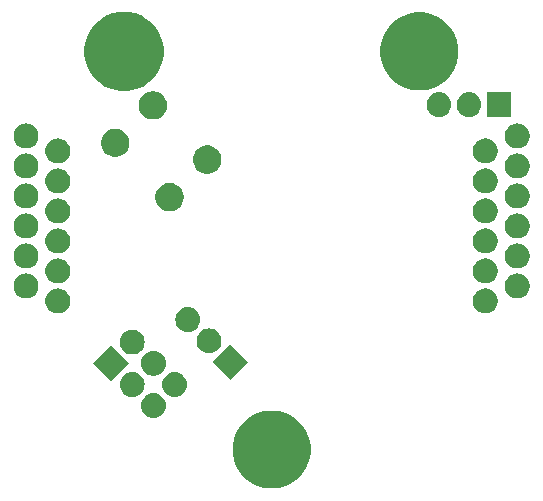
<source format=gbr>
G04 #@! TF.GenerationSoftware,KiCad,Pcbnew,(5.1.0)-1*
G04 #@! TF.CreationDate,2019-06-25T19:20:06-03:00*
G04 #@! TF.ProjectId,PCB_D,5043425f-442e-46b6-9963-61645f706362,rev?*
G04 #@! TF.SameCoordinates,Original*
G04 #@! TF.FileFunction,Soldermask,Bot*
G04 #@! TF.FilePolarity,Negative*
%FSLAX46Y46*%
G04 Gerber Fmt 4.6, Leading zero omitted, Abs format (unit mm)*
G04 Created by KiCad (PCBNEW (5.1.0)-1) date 2019-06-25 19:20:06*
%MOMM*%
%LPD*%
G04 APERTURE LIST*
%ADD10C,0.100000*%
G04 APERTURE END LIST*
D10*
G36*
X643798Y-16963408D02*
G01*
X962574Y-17026817D01*
X1387234Y-17202717D01*
X1472792Y-17238156D01*
X1563136Y-17275578D01*
X2103627Y-17636723D01*
X2563277Y-18096373D01*
X2924422Y-18636864D01*
X3173183Y-19237426D01*
X3300000Y-19874978D01*
X3300000Y-20525022D01*
X3173183Y-21162574D01*
X2924422Y-21763136D01*
X2563277Y-22303627D01*
X2103627Y-22763277D01*
X1563136Y-23124422D01*
X962574Y-23373183D01*
X643798Y-23436591D01*
X325023Y-23500000D01*
X-325023Y-23500000D01*
X-643798Y-23436591D01*
X-962574Y-23373183D01*
X-1563136Y-23124422D01*
X-2103627Y-22763277D01*
X-2563277Y-22303627D01*
X-2924422Y-21763136D01*
X-3173183Y-21162574D01*
X-3300000Y-20525022D01*
X-3300000Y-19874978D01*
X-3173183Y-19237426D01*
X-2924422Y-18636864D01*
X-2563277Y-18096373D01*
X-2103627Y-17636723D01*
X-1563136Y-17275578D01*
X-1472791Y-17238156D01*
X-1387234Y-17202717D01*
X-962574Y-17026817D01*
X-643798Y-16963408D01*
X-325023Y-16900000D01*
X325023Y-16900000D01*
X643798Y-16963408D01*
X643798Y-16963408D01*
G37*
G36*
X-9879191Y-15449698D02*
G01*
X-9802062Y-15457295D01*
X-9604136Y-15517335D01*
X-9604133Y-15517336D01*
X-9421728Y-15614834D01*
X-9261843Y-15746047D01*
X-9130630Y-15905932D01*
X-9033132Y-16088337D01*
X-9033131Y-16088340D01*
X-8973091Y-16286266D01*
X-8952818Y-16492102D01*
X-8973091Y-16697938D01*
X-9033131Y-16895864D01*
X-9033132Y-16895867D01*
X-9130630Y-17078272D01*
X-9261843Y-17238157D01*
X-9421728Y-17369370D01*
X-9604133Y-17466868D01*
X-9604136Y-17466869D01*
X-9802062Y-17526909D01*
X-9879191Y-17534505D01*
X-9956318Y-17542102D01*
X-10059478Y-17542102D01*
X-10136605Y-17534505D01*
X-10213734Y-17526909D01*
X-10411660Y-17466869D01*
X-10411663Y-17466868D01*
X-10594068Y-17369370D01*
X-10753953Y-17238157D01*
X-10885166Y-17078272D01*
X-10982664Y-16895867D01*
X-10982665Y-16895864D01*
X-11042705Y-16697938D01*
X-11062978Y-16492102D01*
X-11042705Y-16286266D01*
X-10982665Y-16088340D01*
X-10982664Y-16088337D01*
X-10885166Y-15905932D01*
X-10753953Y-15746047D01*
X-10594068Y-15614834D01*
X-10411663Y-15517336D01*
X-10411660Y-15517335D01*
X-10213734Y-15457295D01*
X-10136605Y-15449698D01*
X-10059478Y-15442102D01*
X-9956318Y-15442102D01*
X-9879191Y-15449698D01*
X-9879191Y-15449698D01*
G37*
G36*
X-8083139Y-13653648D02*
G01*
X-8006010Y-13661244D01*
X-7808084Y-13721284D01*
X-7808081Y-13721285D01*
X-7625676Y-13818783D01*
X-7465791Y-13949996D01*
X-7334578Y-14109881D01*
X-7237080Y-14292286D01*
X-7237079Y-14292289D01*
X-7177039Y-14490215D01*
X-7156766Y-14696051D01*
X-7177039Y-14901887D01*
X-7237079Y-15099813D01*
X-7237080Y-15099816D01*
X-7334578Y-15282221D01*
X-7465791Y-15442106D01*
X-7625676Y-15573319D01*
X-7808081Y-15670817D01*
X-7808084Y-15670818D01*
X-8006010Y-15730858D01*
X-8083139Y-15738455D01*
X-8160266Y-15746051D01*
X-8263426Y-15746051D01*
X-8340553Y-15738455D01*
X-8417682Y-15730858D01*
X-8615608Y-15670818D01*
X-8615611Y-15670817D01*
X-8798016Y-15573319D01*
X-8957901Y-15442106D01*
X-9089114Y-15282221D01*
X-9186612Y-15099816D01*
X-9186613Y-15099813D01*
X-9246653Y-14901887D01*
X-9266926Y-14696051D01*
X-9246653Y-14490215D01*
X-9186613Y-14292289D01*
X-9186612Y-14292286D01*
X-9089114Y-14109881D01*
X-8957901Y-13949996D01*
X-8798016Y-13818783D01*
X-8615611Y-13721285D01*
X-8615608Y-13721284D01*
X-8417682Y-13661244D01*
X-8340553Y-13653648D01*
X-8263426Y-13646051D01*
X-8160266Y-13646051D01*
X-8083139Y-13653648D01*
X-8083139Y-13653648D01*
G37*
G36*
X-11675242Y-13653648D02*
G01*
X-11598113Y-13661244D01*
X-11400187Y-13721284D01*
X-11400184Y-13721285D01*
X-11217779Y-13818783D01*
X-11057894Y-13949996D01*
X-10926681Y-14109881D01*
X-10829183Y-14292286D01*
X-10829182Y-14292289D01*
X-10769142Y-14490215D01*
X-10748869Y-14696051D01*
X-10769142Y-14901887D01*
X-10829182Y-15099813D01*
X-10829183Y-15099816D01*
X-10926681Y-15282221D01*
X-11057894Y-15442106D01*
X-11217779Y-15573319D01*
X-11400184Y-15670817D01*
X-11400187Y-15670818D01*
X-11598113Y-15730858D01*
X-11675242Y-15738455D01*
X-11752369Y-15746051D01*
X-11855529Y-15746051D01*
X-11932656Y-15738455D01*
X-12009785Y-15730858D01*
X-12207711Y-15670818D01*
X-12207714Y-15670817D01*
X-12390119Y-15573319D01*
X-12550004Y-15442106D01*
X-12681217Y-15282221D01*
X-12778715Y-15099816D01*
X-12778716Y-15099813D01*
X-12838756Y-14901887D01*
X-12859029Y-14696051D01*
X-12838756Y-14490215D01*
X-12778716Y-14292289D01*
X-12778715Y-14292286D01*
X-12681217Y-14109881D01*
X-12550004Y-13949996D01*
X-12390119Y-13818783D01*
X-12207714Y-13721285D01*
X-12207711Y-13721284D01*
X-12009785Y-13661244D01*
X-11932656Y-13653648D01*
X-11855529Y-13646051D01*
X-11752369Y-13646051D01*
X-11675242Y-13653648D01*
X-11675242Y-13653648D01*
G37*
G36*
X-12115076Y-12900000D02*
G01*
X-13600000Y-14384924D01*
X-15084924Y-12900000D01*
X-13600000Y-11415076D01*
X-12115076Y-12900000D01*
X-12115076Y-12900000D01*
G37*
G36*
X-2019025Y-12796051D02*
G01*
X-3503949Y-14280975D01*
X-4988873Y-12796051D01*
X-3503949Y-11311127D01*
X-2019025Y-12796051D01*
X-2019025Y-12796051D01*
G37*
G36*
X-9879191Y-11857596D02*
G01*
X-9802062Y-11865193D01*
X-9604136Y-11925233D01*
X-9604133Y-11925234D01*
X-9421728Y-12022732D01*
X-9261843Y-12153945D01*
X-9130630Y-12313830D01*
X-9033132Y-12496235D01*
X-9033131Y-12496238D01*
X-8973091Y-12694164D01*
X-8952818Y-12900000D01*
X-8973091Y-13105836D01*
X-9033131Y-13303762D01*
X-9033132Y-13303765D01*
X-9130630Y-13486170D01*
X-9261843Y-13646055D01*
X-9421728Y-13777268D01*
X-9604133Y-13874766D01*
X-9604136Y-13874767D01*
X-9802062Y-13934807D01*
X-9879191Y-13942404D01*
X-9956318Y-13950000D01*
X-10059478Y-13950000D01*
X-10136605Y-13942404D01*
X-10213734Y-13934807D01*
X-10411660Y-13874767D01*
X-10411663Y-13874766D01*
X-10594068Y-13777268D01*
X-10753953Y-13646055D01*
X-10885166Y-13486170D01*
X-10982664Y-13303765D01*
X-10982665Y-13303762D01*
X-11042705Y-13105836D01*
X-11062978Y-12900000D01*
X-11042705Y-12694164D01*
X-10982665Y-12496238D01*
X-10982664Y-12496235D01*
X-10885166Y-12313830D01*
X-10753953Y-12153945D01*
X-10594068Y-12022732D01*
X-10411663Y-11925234D01*
X-10411660Y-11925233D01*
X-10213734Y-11865193D01*
X-10136605Y-11857596D01*
X-10059478Y-11850000D01*
X-9956318Y-11850000D01*
X-9879191Y-11857596D01*
X-9879191Y-11857596D01*
G37*
G36*
X-11675242Y-10061546D02*
G01*
X-11598113Y-10069142D01*
X-11421450Y-10122732D01*
X-11400184Y-10129183D01*
X-11217779Y-10226681D01*
X-11057894Y-10357894D01*
X-10926681Y-10517779D01*
X-10829183Y-10700184D01*
X-10829182Y-10700187D01*
X-10769142Y-10898113D01*
X-10748869Y-11103949D01*
X-10769142Y-11309785D01*
X-10801082Y-11415076D01*
X-10829183Y-11507714D01*
X-10926681Y-11690119D01*
X-11057894Y-11850004D01*
X-11217779Y-11981217D01*
X-11400184Y-12078715D01*
X-11400187Y-12078716D01*
X-11598113Y-12138756D01*
X-11675242Y-12146353D01*
X-11752369Y-12153949D01*
X-11855529Y-12153949D01*
X-11932656Y-12146353D01*
X-12009785Y-12138756D01*
X-12207711Y-12078716D01*
X-12207714Y-12078715D01*
X-12390119Y-11981217D01*
X-12550004Y-11850004D01*
X-12681217Y-11690119D01*
X-12778715Y-11507714D01*
X-12806816Y-11415076D01*
X-12838756Y-11309785D01*
X-12859029Y-11103949D01*
X-12838756Y-10898113D01*
X-12778716Y-10700187D01*
X-12778715Y-10700184D01*
X-12681217Y-10517779D01*
X-12550004Y-10357894D01*
X-12390119Y-10226681D01*
X-12207714Y-10129183D01*
X-12186448Y-10122732D01*
X-12009785Y-10069142D01*
X-11932656Y-10061546D01*
X-11855529Y-10053949D01*
X-11752369Y-10053949D01*
X-11675242Y-10061546D01*
X-11675242Y-10061546D01*
G37*
G36*
X-5171293Y-9957597D02*
G01*
X-5094164Y-9965193D01*
X-4896238Y-10025233D01*
X-4896235Y-10025234D01*
X-4713830Y-10122732D01*
X-4553945Y-10253945D01*
X-4422732Y-10413830D01*
X-4325234Y-10596235D01*
X-4325233Y-10596238D01*
X-4265193Y-10794164D01*
X-4244920Y-11000000D01*
X-4265193Y-11205836D01*
X-4297133Y-11311127D01*
X-4325234Y-11403765D01*
X-4422732Y-11586170D01*
X-4553945Y-11746055D01*
X-4713830Y-11877268D01*
X-4896235Y-11974766D01*
X-4896238Y-11974767D01*
X-5094164Y-12034807D01*
X-5171293Y-12042403D01*
X-5248420Y-12050000D01*
X-5351580Y-12050000D01*
X-5428707Y-12042403D01*
X-5505836Y-12034807D01*
X-5703762Y-11974767D01*
X-5703765Y-11974766D01*
X-5886170Y-11877268D01*
X-6046055Y-11746055D01*
X-6177268Y-11586170D01*
X-6274766Y-11403765D01*
X-6302867Y-11311127D01*
X-6334807Y-11205836D01*
X-6355080Y-11000000D01*
X-6334807Y-10794164D01*
X-6274767Y-10596238D01*
X-6274766Y-10596235D01*
X-6177268Y-10413830D01*
X-6046055Y-10253945D01*
X-5886170Y-10122732D01*
X-5703765Y-10025234D01*
X-5703762Y-10025233D01*
X-5505836Y-9965193D01*
X-5428707Y-9957597D01*
X-5351580Y-9950000D01*
X-5248420Y-9950000D01*
X-5171293Y-9957597D01*
X-5171293Y-9957597D01*
G37*
G36*
X-6967344Y-8161545D02*
G01*
X-6890215Y-8169142D01*
X-6692289Y-8229182D01*
X-6692286Y-8229183D01*
X-6509881Y-8326681D01*
X-6349996Y-8457894D01*
X-6218783Y-8617779D01*
X-6121285Y-8800184D01*
X-6121284Y-8800187D01*
X-6061244Y-8998113D01*
X-6040971Y-9203949D01*
X-6061244Y-9409785D01*
X-6121284Y-9607711D01*
X-6121285Y-9607714D01*
X-6218783Y-9790119D01*
X-6349996Y-9950004D01*
X-6509881Y-10081217D01*
X-6692286Y-10178715D01*
X-6692289Y-10178716D01*
X-6890215Y-10238756D01*
X-6967344Y-10246353D01*
X-7044471Y-10253949D01*
X-7147631Y-10253949D01*
X-7224758Y-10246353D01*
X-7301887Y-10238756D01*
X-7499813Y-10178716D01*
X-7499816Y-10178715D01*
X-7682221Y-10081217D01*
X-7842106Y-9950004D01*
X-7973319Y-9790119D01*
X-8070817Y-9607714D01*
X-8070818Y-9607711D01*
X-8130858Y-9409785D01*
X-8151131Y-9203949D01*
X-8130858Y-8998113D01*
X-8070818Y-8800187D01*
X-8070817Y-8800184D01*
X-7973319Y-8617779D01*
X-7842106Y-8457894D01*
X-7682221Y-8326681D01*
X-7499816Y-8229183D01*
X-7499813Y-8229182D01*
X-7301887Y-8169142D01*
X-7224758Y-8161545D01*
X-7147631Y-8153949D01*
X-7044471Y-8153949D01*
X-6967344Y-8161545D01*
X-6967344Y-8161545D01*
G37*
G36*
X18228687Y-6575027D02*
G01*
X18406274Y-6610350D01*
X18597362Y-6689502D01*
X18769336Y-6804411D01*
X18915589Y-6950664D01*
X19030498Y-7122638D01*
X19109650Y-7313726D01*
X19150000Y-7516584D01*
X19150000Y-7723416D01*
X19109650Y-7926274D01*
X19030498Y-8117362D01*
X18915589Y-8289336D01*
X18769336Y-8435589D01*
X18597362Y-8550498D01*
X18406274Y-8629650D01*
X18228687Y-8664973D01*
X18203417Y-8670000D01*
X17996583Y-8670000D01*
X17971313Y-8664973D01*
X17793726Y-8629650D01*
X17602638Y-8550498D01*
X17430664Y-8435589D01*
X17284411Y-8289336D01*
X17169502Y-8117362D01*
X17090350Y-7926274D01*
X17050000Y-7723416D01*
X17050000Y-7516584D01*
X17090350Y-7313726D01*
X17169502Y-7122638D01*
X17284411Y-6950664D01*
X17430664Y-6804411D01*
X17602638Y-6689502D01*
X17793726Y-6610350D01*
X17971313Y-6575027D01*
X17996583Y-6570000D01*
X18203417Y-6570000D01*
X18228687Y-6575027D01*
X18228687Y-6575027D01*
G37*
G36*
X-17971313Y-6575027D02*
G01*
X-17793726Y-6610350D01*
X-17602638Y-6689502D01*
X-17430664Y-6804411D01*
X-17284411Y-6950664D01*
X-17169502Y-7122638D01*
X-17090350Y-7313726D01*
X-17050000Y-7516584D01*
X-17050000Y-7723416D01*
X-17090350Y-7926274D01*
X-17169502Y-8117362D01*
X-17284411Y-8289336D01*
X-17430664Y-8435589D01*
X-17602638Y-8550498D01*
X-17793726Y-8629650D01*
X-17971313Y-8664973D01*
X-17996583Y-8670000D01*
X-18203417Y-8670000D01*
X-18228687Y-8664973D01*
X-18406274Y-8629650D01*
X-18597362Y-8550498D01*
X-18769336Y-8435589D01*
X-18915589Y-8289336D01*
X-19030498Y-8117362D01*
X-19109650Y-7926274D01*
X-19150000Y-7723416D01*
X-19150000Y-7516584D01*
X-19109650Y-7313726D01*
X-19030498Y-7122638D01*
X-18915589Y-6950664D01*
X-18769336Y-6804411D01*
X-18597362Y-6689502D01*
X-18406274Y-6610350D01*
X-18228687Y-6575027D01*
X-18203417Y-6570000D01*
X-17996583Y-6570000D01*
X-17971313Y-6575027D01*
X-17971313Y-6575027D01*
G37*
G36*
X-20671313Y-5305027D02*
G01*
X-20493726Y-5340350D01*
X-20302638Y-5419502D01*
X-20130664Y-5534411D01*
X-19984411Y-5680664D01*
X-19869502Y-5852638D01*
X-19790350Y-6043726D01*
X-19750000Y-6246584D01*
X-19750000Y-6453416D01*
X-19790350Y-6656274D01*
X-19869502Y-6847362D01*
X-19984411Y-7019336D01*
X-20130664Y-7165589D01*
X-20302638Y-7280498D01*
X-20493726Y-7359650D01*
X-20671313Y-7394973D01*
X-20696583Y-7400000D01*
X-20903417Y-7400000D01*
X-20928687Y-7394973D01*
X-21106274Y-7359650D01*
X-21297362Y-7280498D01*
X-21469336Y-7165589D01*
X-21615589Y-7019336D01*
X-21730498Y-6847362D01*
X-21809650Y-6656274D01*
X-21850000Y-6453416D01*
X-21850000Y-6246584D01*
X-21809650Y-6043726D01*
X-21730498Y-5852638D01*
X-21615589Y-5680664D01*
X-21469336Y-5534411D01*
X-21297362Y-5419502D01*
X-21106274Y-5340350D01*
X-20928687Y-5305027D01*
X-20903417Y-5300000D01*
X-20696583Y-5300000D01*
X-20671313Y-5305027D01*
X-20671313Y-5305027D01*
G37*
G36*
X20928687Y-5305027D02*
G01*
X21106274Y-5340350D01*
X21297362Y-5419502D01*
X21469336Y-5534411D01*
X21615589Y-5680664D01*
X21730498Y-5852638D01*
X21809650Y-6043726D01*
X21850000Y-6246584D01*
X21850000Y-6453416D01*
X21809650Y-6656274D01*
X21730498Y-6847362D01*
X21615589Y-7019336D01*
X21469336Y-7165589D01*
X21297362Y-7280498D01*
X21106274Y-7359650D01*
X20928687Y-7394973D01*
X20903417Y-7400000D01*
X20696583Y-7400000D01*
X20671313Y-7394973D01*
X20493726Y-7359650D01*
X20302638Y-7280498D01*
X20130664Y-7165589D01*
X19984411Y-7019336D01*
X19869502Y-6847362D01*
X19790350Y-6656274D01*
X19750000Y-6453416D01*
X19750000Y-6246584D01*
X19790350Y-6043726D01*
X19869502Y-5852638D01*
X19984411Y-5680664D01*
X20130664Y-5534411D01*
X20302638Y-5419502D01*
X20493726Y-5340350D01*
X20671313Y-5305027D01*
X20696583Y-5300000D01*
X20903417Y-5300000D01*
X20928687Y-5305027D01*
X20928687Y-5305027D01*
G37*
G36*
X-17971313Y-4035027D02*
G01*
X-17793726Y-4070350D01*
X-17602638Y-4149502D01*
X-17430664Y-4264411D01*
X-17284411Y-4410664D01*
X-17169502Y-4582638D01*
X-17090350Y-4773726D01*
X-17050000Y-4976584D01*
X-17050000Y-5183416D01*
X-17090350Y-5386274D01*
X-17169502Y-5577362D01*
X-17284411Y-5749336D01*
X-17430664Y-5895589D01*
X-17602638Y-6010498D01*
X-17793726Y-6089650D01*
X-17971313Y-6124973D01*
X-17996583Y-6130000D01*
X-18203417Y-6130000D01*
X-18228687Y-6124973D01*
X-18406274Y-6089650D01*
X-18597362Y-6010498D01*
X-18769336Y-5895589D01*
X-18915589Y-5749336D01*
X-19030498Y-5577362D01*
X-19109650Y-5386274D01*
X-19150000Y-5183416D01*
X-19150000Y-4976584D01*
X-19109650Y-4773726D01*
X-19030498Y-4582638D01*
X-18915589Y-4410664D01*
X-18769336Y-4264411D01*
X-18597362Y-4149502D01*
X-18406274Y-4070350D01*
X-18228687Y-4035027D01*
X-18203417Y-4030000D01*
X-17996583Y-4030000D01*
X-17971313Y-4035027D01*
X-17971313Y-4035027D01*
G37*
G36*
X18228687Y-4035027D02*
G01*
X18406274Y-4070350D01*
X18597362Y-4149502D01*
X18769336Y-4264411D01*
X18915589Y-4410664D01*
X19030498Y-4582638D01*
X19109650Y-4773726D01*
X19150000Y-4976584D01*
X19150000Y-5183416D01*
X19109650Y-5386274D01*
X19030498Y-5577362D01*
X18915589Y-5749336D01*
X18769336Y-5895589D01*
X18597362Y-6010498D01*
X18406274Y-6089650D01*
X18228687Y-6124973D01*
X18203417Y-6130000D01*
X17996583Y-6130000D01*
X17971313Y-6124973D01*
X17793726Y-6089650D01*
X17602638Y-6010498D01*
X17430664Y-5895589D01*
X17284411Y-5749336D01*
X17169502Y-5577362D01*
X17090350Y-5386274D01*
X17050000Y-5183416D01*
X17050000Y-4976584D01*
X17090350Y-4773726D01*
X17169502Y-4582638D01*
X17284411Y-4410664D01*
X17430664Y-4264411D01*
X17602638Y-4149502D01*
X17793726Y-4070350D01*
X17971313Y-4035027D01*
X17996583Y-4030000D01*
X18203417Y-4030000D01*
X18228687Y-4035027D01*
X18228687Y-4035027D01*
G37*
G36*
X20928687Y-2765027D02*
G01*
X21106274Y-2800350D01*
X21297362Y-2879502D01*
X21469336Y-2994411D01*
X21615589Y-3140664D01*
X21730498Y-3312638D01*
X21809650Y-3503726D01*
X21850000Y-3706584D01*
X21850000Y-3913416D01*
X21809650Y-4116274D01*
X21730498Y-4307362D01*
X21615589Y-4479336D01*
X21469336Y-4625589D01*
X21297362Y-4740498D01*
X21106274Y-4819650D01*
X20928687Y-4854973D01*
X20903417Y-4860000D01*
X20696583Y-4860000D01*
X20671313Y-4854973D01*
X20493726Y-4819650D01*
X20302638Y-4740498D01*
X20130664Y-4625589D01*
X19984411Y-4479336D01*
X19869502Y-4307362D01*
X19790350Y-4116274D01*
X19750000Y-3913416D01*
X19750000Y-3706584D01*
X19790350Y-3503726D01*
X19869502Y-3312638D01*
X19984411Y-3140664D01*
X20130664Y-2994411D01*
X20302638Y-2879502D01*
X20493726Y-2800350D01*
X20671313Y-2765027D01*
X20696583Y-2760000D01*
X20903417Y-2760000D01*
X20928687Y-2765027D01*
X20928687Y-2765027D01*
G37*
G36*
X-20671313Y-2765027D02*
G01*
X-20493726Y-2800350D01*
X-20302638Y-2879502D01*
X-20130664Y-2994411D01*
X-19984411Y-3140664D01*
X-19869502Y-3312638D01*
X-19790350Y-3503726D01*
X-19750000Y-3706584D01*
X-19750000Y-3913416D01*
X-19790350Y-4116274D01*
X-19869502Y-4307362D01*
X-19984411Y-4479336D01*
X-20130664Y-4625589D01*
X-20302638Y-4740498D01*
X-20493726Y-4819650D01*
X-20671313Y-4854973D01*
X-20696583Y-4860000D01*
X-20903417Y-4860000D01*
X-20928687Y-4854973D01*
X-21106274Y-4819650D01*
X-21297362Y-4740498D01*
X-21469336Y-4625589D01*
X-21615589Y-4479336D01*
X-21730498Y-4307362D01*
X-21809650Y-4116274D01*
X-21850000Y-3913416D01*
X-21850000Y-3706584D01*
X-21809650Y-3503726D01*
X-21730498Y-3312638D01*
X-21615589Y-3140664D01*
X-21469336Y-2994411D01*
X-21297362Y-2879502D01*
X-21106274Y-2800350D01*
X-20928687Y-2765027D01*
X-20903417Y-2760000D01*
X-20696583Y-2760000D01*
X-20671313Y-2765027D01*
X-20671313Y-2765027D01*
G37*
G36*
X18228687Y-1495027D02*
G01*
X18406274Y-1530350D01*
X18597362Y-1609502D01*
X18769336Y-1724411D01*
X18915589Y-1870664D01*
X19030498Y-2042638D01*
X19109650Y-2233726D01*
X19150000Y-2436584D01*
X19150000Y-2643416D01*
X19109650Y-2846274D01*
X19030498Y-3037362D01*
X18915589Y-3209336D01*
X18769336Y-3355589D01*
X18597362Y-3470498D01*
X18406274Y-3549650D01*
X18228687Y-3584973D01*
X18203417Y-3590000D01*
X17996583Y-3590000D01*
X17971313Y-3584973D01*
X17793726Y-3549650D01*
X17602638Y-3470498D01*
X17430664Y-3355589D01*
X17284411Y-3209336D01*
X17169502Y-3037362D01*
X17090350Y-2846274D01*
X17050000Y-2643416D01*
X17050000Y-2436584D01*
X17090350Y-2233726D01*
X17169502Y-2042638D01*
X17284411Y-1870664D01*
X17430664Y-1724411D01*
X17602638Y-1609502D01*
X17793726Y-1530350D01*
X17971313Y-1495027D01*
X17996583Y-1490000D01*
X18203417Y-1490000D01*
X18228687Y-1495027D01*
X18228687Y-1495027D01*
G37*
G36*
X-17971313Y-1495027D02*
G01*
X-17793726Y-1530350D01*
X-17602638Y-1609502D01*
X-17430664Y-1724411D01*
X-17284411Y-1870664D01*
X-17169502Y-2042638D01*
X-17090350Y-2233726D01*
X-17050000Y-2436584D01*
X-17050000Y-2643416D01*
X-17090350Y-2846274D01*
X-17169502Y-3037362D01*
X-17284411Y-3209336D01*
X-17430664Y-3355589D01*
X-17602638Y-3470498D01*
X-17793726Y-3549650D01*
X-17971313Y-3584973D01*
X-17996583Y-3590000D01*
X-18203417Y-3590000D01*
X-18228687Y-3584973D01*
X-18406274Y-3549650D01*
X-18597362Y-3470498D01*
X-18769336Y-3355589D01*
X-18915589Y-3209336D01*
X-19030498Y-3037362D01*
X-19109650Y-2846274D01*
X-19150000Y-2643416D01*
X-19150000Y-2436584D01*
X-19109650Y-2233726D01*
X-19030498Y-2042638D01*
X-18915589Y-1870664D01*
X-18769336Y-1724411D01*
X-18597362Y-1609502D01*
X-18406274Y-1530350D01*
X-18228687Y-1495027D01*
X-18203417Y-1490000D01*
X-17996583Y-1490000D01*
X-17971313Y-1495027D01*
X-17971313Y-1495027D01*
G37*
G36*
X20928687Y-225027D02*
G01*
X21106274Y-260350D01*
X21297362Y-339502D01*
X21469336Y-454411D01*
X21615589Y-600664D01*
X21730498Y-772638D01*
X21809650Y-963726D01*
X21850000Y-1166584D01*
X21850000Y-1373416D01*
X21809650Y-1576274D01*
X21730498Y-1767362D01*
X21615589Y-1939336D01*
X21469336Y-2085589D01*
X21297362Y-2200498D01*
X21106274Y-2279650D01*
X20928687Y-2314973D01*
X20903417Y-2320000D01*
X20696583Y-2320000D01*
X20671313Y-2314973D01*
X20493726Y-2279650D01*
X20302638Y-2200498D01*
X20130664Y-2085589D01*
X19984411Y-1939336D01*
X19869502Y-1767362D01*
X19790350Y-1576274D01*
X19750000Y-1373416D01*
X19750000Y-1166584D01*
X19790350Y-963726D01*
X19869502Y-772638D01*
X19984411Y-600664D01*
X20130664Y-454411D01*
X20302638Y-339502D01*
X20493726Y-260350D01*
X20671313Y-225027D01*
X20696583Y-220000D01*
X20903417Y-220000D01*
X20928687Y-225027D01*
X20928687Y-225027D01*
G37*
G36*
X-20671313Y-225027D02*
G01*
X-20493726Y-260350D01*
X-20302638Y-339502D01*
X-20130664Y-454411D01*
X-19984411Y-600664D01*
X-19869502Y-772638D01*
X-19790350Y-963726D01*
X-19750000Y-1166584D01*
X-19750000Y-1373416D01*
X-19790350Y-1576274D01*
X-19869502Y-1767362D01*
X-19984411Y-1939336D01*
X-20130664Y-2085589D01*
X-20302638Y-2200498D01*
X-20493726Y-2279650D01*
X-20671313Y-2314973D01*
X-20696583Y-2320000D01*
X-20903417Y-2320000D01*
X-20928687Y-2314973D01*
X-21106274Y-2279650D01*
X-21297362Y-2200498D01*
X-21469336Y-2085589D01*
X-21615589Y-1939336D01*
X-21730498Y-1767362D01*
X-21809650Y-1576274D01*
X-21850000Y-1373416D01*
X-21850000Y-1166584D01*
X-21809650Y-963726D01*
X-21730498Y-772638D01*
X-21615589Y-600664D01*
X-21469336Y-454411D01*
X-21297362Y-339502D01*
X-21106274Y-260350D01*
X-20928687Y-225027D01*
X-20903417Y-220000D01*
X-20696583Y-220000D01*
X-20671313Y-225027D01*
X-20671313Y-225027D01*
G37*
G36*
X-17971313Y1044973D02*
G01*
X-17793726Y1009650D01*
X-17602638Y930498D01*
X-17430664Y815589D01*
X-17284411Y669336D01*
X-17169502Y497362D01*
X-17090350Y306274D01*
X-17050000Y103416D01*
X-17050000Y-103416D01*
X-17090350Y-306274D01*
X-17169502Y-497362D01*
X-17284411Y-669336D01*
X-17430664Y-815589D01*
X-17602638Y-930498D01*
X-17793726Y-1009650D01*
X-17971313Y-1044973D01*
X-17996583Y-1050000D01*
X-18203417Y-1050000D01*
X-18228687Y-1044973D01*
X-18406274Y-1009650D01*
X-18597362Y-930498D01*
X-18769336Y-815589D01*
X-18915589Y-669336D01*
X-19030498Y-497362D01*
X-19109650Y-306274D01*
X-19150000Y-103416D01*
X-19150000Y103416D01*
X-19109650Y306274D01*
X-19030498Y497362D01*
X-18915589Y669336D01*
X-18769336Y815589D01*
X-18597362Y930498D01*
X-18406274Y1009650D01*
X-18228687Y1044973D01*
X-18203417Y1050000D01*
X-17996583Y1050000D01*
X-17971313Y1044973D01*
X-17971313Y1044973D01*
G37*
G36*
X18228687Y1044973D02*
G01*
X18406274Y1009650D01*
X18597362Y930498D01*
X18769336Y815589D01*
X18915589Y669336D01*
X19030498Y497362D01*
X19109650Y306274D01*
X19150000Y103416D01*
X19150000Y-103416D01*
X19109650Y-306274D01*
X19030498Y-497362D01*
X18915589Y-669336D01*
X18769336Y-815589D01*
X18597362Y-930498D01*
X18406274Y-1009650D01*
X18228687Y-1044973D01*
X18203417Y-1050000D01*
X17996583Y-1050000D01*
X17971313Y-1044973D01*
X17793726Y-1009650D01*
X17602638Y-930498D01*
X17430664Y-815589D01*
X17284411Y-669336D01*
X17169502Y-497362D01*
X17090350Y-306274D01*
X17050000Y-103416D01*
X17050000Y103416D01*
X17090350Y306274D01*
X17169502Y497362D01*
X17284411Y669336D01*
X17430664Y815589D01*
X17602638Y930498D01*
X17793726Y1009650D01*
X17971313Y1044973D01*
X17996583Y1050000D01*
X18203417Y1050000D01*
X18228687Y1044973D01*
X18228687Y1044973D01*
G37*
G36*
X-8285974Y2322285D02*
G01*
X-8072174Y2233726D01*
X-8067587Y2231826D01*
X-7871045Y2100501D01*
X-7703899Y1933355D01*
X-7572573Y1736811D01*
X-7482115Y1518426D01*
X-7436000Y1286591D01*
X-7436000Y1050209D01*
X-7482115Y818374D01*
X-7572573Y599989D01*
X-7572574Y599987D01*
X-7703899Y403445D01*
X-7871045Y236299D01*
X-8067587Y104974D01*
X-8067588Y104973D01*
X-8067589Y104973D01*
X-8285974Y14515D01*
X-8517809Y-31600D01*
X-8754191Y-31600D01*
X-8986026Y14515D01*
X-9204411Y104973D01*
X-9204412Y104973D01*
X-9204413Y104974D01*
X-9400955Y236299D01*
X-9568101Y403445D01*
X-9699426Y599987D01*
X-9699427Y599989D01*
X-9789885Y818374D01*
X-9836000Y1050209D01*
X-9836000Y1286591D01*
X-9789885Y1518426D01*
X-9699427Y1736811D01*
X-9568101Y1933355D01*
X-9400955Y2100501D01*
X-9204413Y2231826D01*
X-9199826Y2233726D01*
X-8986026Y2322285D01*
X-8754191Y2368400D01*
X-8517809Y2368400D01*
X-8285974Y2322285D01*
X-8285974Y2322285D01*
G37*
G36*
X20928687Y2314973D02*
G01*
X21106274Y2279650D01*
X21297362Y2200498D01*
X21469336Y2085589D01*
X21615589Y1939336D01*
X21730498Y1767362D01*
X21809650Y1576274D01*
X21850000Y1373416D01*
X21850000Y1166584D01*
X21809650Y963726D01*
X21730498Y772638D01*
X21615589Y600664D01*
X21469336Y454411D01*
X21297362Y339502D01*
X21106274Y260350D01*
X20928687Y225027D01*
X20903417Y220000D01*
X20696583Y220000D01*
X20671313Y225027D01*
X20493726Y260350D01*
X20302638Y339502D01*
X20130664Y454411D01*
X19984411Y600664D01*
X19869502Y772638D01*
X19790350Y963726D01*
X19750000Y1166584D01*
X19750000Y1373416D01*
X19790350Y1576274D01*
X19869502Y1767362D01*
X19984411Y1939336D01*
X20130664Y2085589D01*
X20302638Y2200498D01*
X20493726Y2279650D01*
X20671313Y2314973D01*
X20696583Y2320000D01*
X20903417Y2320000D01*
X20928687Y2314973D01*
X20928687Y2314973D01*
G37*
G36*
X-20671313Y2314973D02*
G01*
X-20493726Y2279650D01*
X-20302638Y2200498D01*
X-20130664Y2085589D01*
X-19984411Y1939336D01*
X-19869502Y1767362D01*
X-19790350Y1576274D01*
X-19750000Y1373416D01*
X-19750000Y1166584D01*
X-19790350Y963726D01*
X-19869502Y772638D01*
X-19984411Y600664D01*
X-20130664Y454411D01*
X-20302638Y339502D01*
X-20493726Y260350D01*
X-20671313Y225027D01*
X-20696583Y220000D01*
X-20903417Y220000D01*
X-20928687Y225027D01*
X-21106274Y260350D01*
X-21297362Y339502D01*
X-21469336Y454411D01*
X-21615589Y600664D01*
X-21730498Y772638D01*
X-21809650Y963726D01*
X-21850000Y1166584D01*
X-21850000Y1373416D01*
X-21809650Y1576274D01*
X-21730498Y1767362D01*
X-21615589Y1939336D01*
X-21469336Y2085589D01*
X-21297362Y2200498D01*
X-21106274Y2279650D01*
X-20928687Y2314973D01*
X-20903417Y2320000D01*
X-20696583Y2320000D01*
X-20671313Y2314973D01*
X-20671313Y2314973D01*
G37*
G36*
X-17973588Y3585426D02*
G01*
X-17793726Y3549650D01*
X-17602638Y3470498D01*
X-17430664Y3355589D01*
X-17284411Y3209336D01*
X-17169502Y3037362D01*
X-17090350Y2846274D01*
X-17050000Y2643416D01*
X-17050000Y2436584D01*
X-17090350Y2233726D01*
X-17169502Y2042638D01*
X-17284411Y1870664D01*
X-17430664Y1724411D01*
X-17602638Y1609502D01*
X-17793726Y1530350D01*
X-17971313Y1495027D01*
X-17996583Y1490000D01*
X-18203417Y1490000D01*
X-18228687Y1495027D01*
X-18406274Y1530350D01*
X-18597362Y1609502D01*
X-18769336Y1724411D01*
X-18915589Y1870664D01*
X-19030498Y2042638D01*
X-19109650Y2233726D01*
X-19150000Y2436584D01*
X-19150000Y2643416D01*
X-19109650Y2846274D01*
X-19030498Y3037362D01*
X-18915589Y3209336D01*
X-18769336Y3355589D01*
X-18597362Y3470498D01*
X-18406274Y3549650D01*
X-18226412Y3585426D01*
X-18203417Y3590000D01*
X-17996583Y3590000D01*
X-17973588Y3585426D01*
X-17973588Y3585426D01*
G37*
G36*
X18226412Y3585426D02*
G01*
X18406274Y3549650D01*
X18597362Y3470498D01*
X18769336Y3355589D01*
X18915589Y3209336D01*
X19030498Y3037362D01*
X19109650Y2846274D01*
X19150000Y2643416D01*
X19150000Y2436584D01*
X19109650Y2233726D01*
X19030498Y2042638D01*
X18915589Y1870664D01*
X18769336Y1724411D01*
X18597362Y1609502D01*
X18406274Y1530350D01*
X18228687Y1495027D01*
X18203417Y1490000D01*
X17996583Y1490000D01*
X17971313Y1495027D01*
X17793726Y1530350D01*
X17602638Y1609502D01*
X17430664Y1724411D01*
X17284411Y1870664D01*
X17169502Y2042638D01*
X17090350Y2233726D01*
X17050000Y2436584D01*
X17050000Y2643416D01*
X17090350Y2846274D01*
X17169502Y3037362D01*
X17284411Y3209336D01*
X17430664Y3355589D01*
X17602638Y3470498D01*
X17793726Y3549650D01*
X17973588Y3585426D01*
X17996583Y3590000D01*
X18203417Y3590000D01*
X18226412Y3585426D01*
X18226412Y3585426D01*
G37*
G36*
X20928687Y4854973D02*
G01*
X21106274Y4819650D01*
X21297362Y4740498D01*
X21469336Y4625589D01*
X21615589Y4479336D01*
X21730498Y4307362D01*
X21809650Y4116274D01*
X21850000Y3913416D01*
X21850000Y3706584D01*
X21809650Y3503726D01*
X21730498Y3312638D01*
X21615589Y3140664D01*
X21469336Y2994411D01*
X21297362Y2879502D01*
X21106274Y2800350D01*
X20928687Y2765027D01*
X20903417Y2760000D01*
X20696583Y2760000D01*
X20671313Y2765027D01*
X20493726Y2800350D01*
X20302638Y2879502D01*
X20130664Y2994411D01*
X19984411Y3140664D01*
X19869502Y3312638D01*
X19790350Y3503726D01*
X19750000Y3706584D01*
X19750000Y3913416D01*
X19790350Y4116274D01*
X19869502Y4307362D01*
X19984411Y4479336D01*
X20130664Y4625589D01*
X20302638Y4740498D01*
X20493726Y4819650D01*
X20671313Y4854973D01*
X20696583Y4860000D01*
X20903417Y4860000D01*
X20928687Y4854973D01*
X20928687Y4854973D01*
G37*
G36*
X-20671313Y4854973D02*
G01*
X-20493726Y4819650D01*
X-20302638Y4740498D01*
X-20130664Y4625589D01*
X-19984411Y4479336D01*
X-19869502Y4307362D01*
X-19790350Y4116274D01*
X-19750000Y3913416D01*
X-19750000Y3706584D01*
X-19790350Y3503726D01*
X-19869502Y3312638D01*
X-19984411Y3140664D01*
X-20130664Y2994411D01*
X-20302638Y2879502D01*
X-20493726Y2800350D01*
X-20671313Y2765027D01*
X-20696583Y2760000D01*
X-20903417Y2760000D01*
X-20928687Y2765027D01*
X-21106274Y2800350D01*
X-21297362Y2879502D01*
X-21469336Y2994411D01*
X-21615589Y3140664D01*
X-21730498Y3312638D01*
X-21809650Y3503726D01*
X-21850000Y3706584D01*
X-21850000Y3913416D01*
X-21809650Y4116274D01*
X-21730498Y4307362D01*
X-21615589Y4479336D01*
X-21469336Y4625589D01*
X-21297362Y4740498D01*
X-21106274Y4819650D01*
X-20928687Y4854973D01*
X-20903417Y4860000D01*
X-20696583Y4860000D01*
X-20671313Y4854973D01*
X-20671313Y4854973D01*
G37*
G36*
X-5103993Y5504266D02*
G01*
X-4885608Y5413808D01*
X-4885606Y5413807D01*
X-4689064Y5282482D01*
X-4521918Y5115336D01*
X-4429206Y4976583D01*
X-4390592Y4918792D01*
X-4300134Y4700407D01*
X-4254019Y4468572D01*
X-4254019Y4232190D01*
X-4300134Y4000355D01*
X-4390592Y3781970D01*
X-4390593Y3781968D01*
X-4521918Y3585426D01*
X-4689064Y3418280D01*
X-4885606Y3286955D01*
X-4885607Y3286954D01*
X-4885608Y3286954D01*
X-5103993Y3196496D01*
X-5335828Y3150381D01*
X-5572210Y3150381D01*
X-5804045Y3196496D01*
X-6022430Y3286954D01*
X-6022431Y3286954D01*
X-6022432Y3286955D01*
X-6218974Y3418280D01*
X-6386120Y3585426D01*
X-6517445Y3781968D01*
X-6517446Y3781970D01*
X-6607904Y4000355D01*
X-6654019Y4232190D01*
X-6654019Y4468572D01*
X-6607904Y4700407D01*
X-6517446Y4918792D01*
X-6478831Y4976583D01*
X-6386120Y5115336D01*
X-6218974Y5282482D01*
X-6022432Y5413807D01*
X-6022430Y5413808D01*
X-5804045Y5504266D01*
X-5572210Y5550381D01*
X-5335828Y5550381D01*
X-5103993Y5504266D01*
X-5103993Y5504266D01*
G37*
G36*
X18228687Y6124973D02*
G01*
X18406274Y6089650D01*
X18597362Y6010498D01*
X18769336Y5895589D01*
X18915589Y5749336D01*
X19030498Y5577362D01*
X19109650Y5386274D01*
X19150000Y5183416D01*
X19150000Y4976584D01*
X19109650Y4773726D01*
X19030498Y4582638D01*
X18915589Y4410664D01*
X18769336Y4264411D01*
X18597362Y4149502D01*
X18406274Y4070350D01*
X18228687Y4035027D01*
X18203417Y4030000D01*
X17996583Y4030000D01*
X17971313Y4035027D01*
X17793726Y4070350D01*
X17602638Y4149502D01*
X17430664Y4264411D01*
X17284411Y4410664D01*
X17169502Y4582638D01*
X17090350Y4773726D01*
X17050000Y4976584D01*
X17050000Y5183416D01*
X17090350Y5386274D01*
X17169502Y5577362D01*
X17284411Y5749336D01*
X17430664Y5895589D01*
X17602638Y6010498D01*
X17793726Y6089650D01*
X17971313Y6124973D01*
X17996583Y6130000D01*
X18203417Y6130000D01*
X18228687Y6124973D01*
X18228687Y6124973D01*
G37*
G36*
X-17971313Y6124973D02*
G01*
X-17793726Y6089650D01*
X-17602638Y6010498D01*
X-17430664Y5895589D01*
X-17284411Y5749336D01*
X-17169502Y5577362D01*
X-17090350Y5386274D01*
X-17050000Y5183416D01*
X-17050000Y4976584D01*
X-17090350Y4773726D01*
X-17169502Y4582638D01*
X-17284411Y4410664D01*
X-17430664Y4264411D01*
X-17602638Y4149502D01*
X-17793726Y4070350D01*
X-17971313Y4035027D01*
X-17996583Y4030000D01*
X-18203417Y4030000D01*
X-18228687Y4035027D01*
X-18406274Y4070350D01*
X-18597362Y4149502D01*
X-18769336Y4264411D01*
X-18915589Y4410664D01*
X-19030498Y4582638D01*
X-19109650Y4773726D01*
X-19150000Y4976584D01*
X-19150000Y5183416D01*
X-19109650Y5386274D01*
X-19030498Y5577362D01*
X-18915589Y5749336D01*
X-18769336Y5895589D01*
X-18597362Y6010498D01*
X-18406274Y6089650D01*
X-18228687Y6124973D01*
X-18203417Y6130000D01*
X-17996583Y6130000D01*
X-17971313Y6124973D01*
X-17971313Y6124973D01*
G37*
G36*
X-12882168Y6918479D02*
G01*
X-12663783Y6828021D01*
X-12663781Y6828020D01*
X-12467239Y6696695D01*
X-12300093Y6529549D01*
X-12168767Y6333005D01*
X-12078309Y6114620D01*
X-12032194Y5882785D01*
X-12032194Y5646403D01*
X-12078309Y5414568D01*
X-12125765Y5300000D01*
X-12168768Y5196181D01*
X-12300093Y4999639D01*
X-12467239Y4832493D01*
X-12663781Y4701168D01*
X-12663782Y4701167D01*
X-12663783Y4701167D01*
X-12882168Y4610709D01*
X-13114003Y4564594D01*
X-13350385Y4564594D01*
X-13582220Y4610709D01*
X-13800605Y4701167D01*
X-13800606Y4701167D01*
X-13800607Y4701168D01*
X-13997149Y4832493D01*
X-14164295Y4999639D01*
X-14295620Y5196181D01*
X-14338623Y5300000D01*
X-14386079Y5414568D01*
X-14432194Y5646403D01*
X-14432194Y5882785D01*
X-14386079Y6114620D01*
X-14295621Y6333005D01*
X-14164295Y6529549D01*
X-13997149Y6696695D01*
X-13800607Y6828020D01*
X-13800605Y6828021D01*
X-13582220Y6918479D01*
X-13350385Y6964594D01*
X-13114003Y6964594D01*
X-12882168Y6918479D01*
X-12882168Y6918479D01*
G37*
G36*
X-20671313Y7394973D02*
G01*
X-20493726Y7359650D01*
X-20302638Y7280498D01*
X-20130664Y7165589D01*
X-19984411Y7019336D01*
X-19869502Y6847362D01*
X-19790350Y6656274D01*
X-19750000Y6453416D01*
X-19750000Y6246584D01*
X-19790350Y6043726D01*
X-19869502Y5852638D01*
X-19984411Y5680664D01*
X-20130664Y5534411D01*
X-20302638Y5419502D01*
X-20493726Y5340350D01*
X-20671313Y5305027D01*
X-20696583Y5300000D01*
X-20903417Y5300000D01*
X-20928687Y5305027D01*
X-21106274Y5340350D01*
X-21297362Y5419502D01*
X-21469336Y5534411D01*
X-21615589Y5680664D01*
X-21730498Y5852638D01*
X-21809650Y6043726D01*
X-21850000Y6246584D01*
X-21850000Y6453416D01*
X-21809650Y6656274D01*
X-21730498Y6847362D01*
X-21615589Y7019336D01*
X-21469336Y7165589D01*
X-21297362Y7280498D01*
X-21106274Y7359650D01*
X-20928687Y7394973D01*
X-20903417Y7400000D01*
X-20696583Y7400000D01*
X-20671313Y7394973D01*
X-20671313Y7394973D01*
G37*
G36*
X20928687Y7394973D02*
G01*
X21106274Y7359650D01*
X21297362Y7280498D01*
X21469336Y7165589D01*
X21615589Y7019336D01*
X21730498Y6847362D01*
X21809650Y6656274D01*
X21850000Y6453416D01*
X21850000Y6246584D01*
X21809650Y6043726D01*
X21730498Y5852638D01*
X21615589Y5680664D01*
X21469336Y5534411D01*
X21297362Y5419502D01*
X21106274Y5340350D01*
X20928687Y5305027D01*
X20903417Y5300000D01*
X20696583Y5300000D01*
X20671313Y5305027D01*
X20493726Y5340350D01*
X20302638Y5419502D01*
X20130664Y5534411D01*
X19984411Y5680664D01*
X19869502Y5852638D01*
X19790350Y6043726D01*
X19750000Y6246584D01*
X19750000Y6453416D01*
X19790350Y6656274D01*
X19869502Y6847362D01*
X19984411Y7019336D01*
X20130664Y7165589D01*
X20302638Y7280498D01*
X20493726Y7359650D01*
X20671313Y7394973D01*
X20696583Y7400000D01*
X20903417Y7400000D01*
X20928687Y7394973D01*
X20928687Y7394973D01*
G37*
G36*
X-9700188Y10100460D02*
G01*
X-9541688Y10034807D01*
X-9481801Y10010001D01*
X-9429070Y9974767D01*
X-9285259Y9878676D01*
X-9118113Y9711530D01*
X-8986787Y9514986D01*
X-8896329Y9296601D01*
X-8850214Y9064766D01*
X-8850214Y8828384D01*
X-8896329Y8596549D01*
X-8972014Y8413830D01*
X-8986788Y8378162D01*
X-9118113Y8181620D01*
X-9285259Y8014474D01*
X-9481801Y7883149D01*
X-9481802Y7883148D01*
X-9481803Y7883148D01*
X-9700188Y7792690D01*
X-9932023Y7746575D01*
X-10168405Y7746575D01*
X-10400240Y7792690D01*
X-10618625Y7883148D01*
X-10618626Y7883148D01*
X-10618627Y7883149D01*
X-10815169Y8014474D01*
X-10982315Y8181620D01*
X-11113640Y8378162D01*
X-11128414Y8413830D01*
X-11204099Y8596549D01*
X-11250214Y8828384D01*
X-11250214Y9064766D01*
X-11204099Y9296601D01*
X-11113641Y9514986D01*
X-10982315Y9711530D01*
X-10815169Y9878676D01*
X-10671358Y9974767D01*
X-10618627Y10010001D01*
X-10558740Y10034807D01*
X-10400240Y10100460D01*
X-10168405Y10146575D01*
X-9932023Y10146575D01*
X-9700188Y10100460D01*
X-9700188Y10100460D01*
G37*
G36*
X20300000Y7950000D02*
G01*
X18200000Y7950000D01*
X18200000Y10050000D01*
X20300000Y10050000D01*
X20300000Y7950000D01*
X20300000Y7950000D01*
G37*
G36*
X16838707Y10042404D02*
G01*
X16915836Y10034807D01*
X17113762Y9974767D01*
X17113765Y9974766D01*
X17296170Y9877268D01*
X17456055Y9746055D01*
X17587268Y9586170D01*
X17684766Y9403765D01*
X17684767Y9403762D01*
X17744807Y9205836D01*
X17765080Y9000000D01*
X17744807Y8794164D01*
X17684861Y8596549D01*
X17684766Y8596235D01*
X17587268Y8413830D01*
X17456055Y8253945D01*
X17296170Y8122732D01*
X17113765Y8025234D01*
X17113762Y8025233D01*
X16915836Y7965193D01*
X16838707Y7957596D01*
X16761580Y7950000D01*
X16658420Y7950000D01*
X16581293Y7957596D01*
X16504164Y7965193D01*
X16306238Y8025233D01*
X16306235Y8025234D01*
X16123830Y8122732D01*
X15963945Y8253945D01*
X15832732Y8413830D01*
X15735234Y8596235D01*
X15735139Y8596549D01*
X15675193Y8794164D01*
X15654920Y9000000D01*
X15675193Y9205836D01*
X15735233Y9403762D01*
X15735234Y9403765D01*
X15832732Y9586170D01*
X15963945Y9746055D01*
X16123830Y9877268D01*
X16306235Y9974766D01*
X16306238Y9974767D01*
X16504164Y10034807D01*
X16581293Y10042404D01*
X16658420Y10050000D01*
X16761580Y10050000D01*
X16838707Y10042404D01*
X16838707Y10042404D01*
G37*
G36*
X14298707Y10042404D02*
G01*
X14375836Y10034807D01*
X14573762Y9974767D01*
X14573765Y9974766D01*
X14756170Y9877268D01*
X14916055Y9746055D01*
X15047268Y9586170D01*
X15144766Y9403765D01*
X15144767Y9403762D01*
X15204807Y9205836D01*
X15225080Y9000000D01*
X15204807Y8794164D01*
X15144861Y8596549D01*
X15144766Y8596235D01*
X15047268Y8413830D01*
X14916055Y8253945D01*
X14756170Y8122732D01*
X14573765Y8025234D01*
X14573762Y8025233D01*
X14375836Y7965193D01*
X14298707Y7957596D01*
X14221580Y7950000D01*
X14118420Y7950000D01*
X14041293Y7957596D01*
X13964164Y7965193D01*
X13766238Y8025233D01*
X13766235Y8025234D01*
X13583830Y8122732D01*
X13423945Y8253945D01*
X13292732Y8413830D01*
X13195234Y8596235D01*
X13195139Y8596549D01*
X13135193Y8794164D01*
X13114920Y9000000D01*
X13135193Y9205836D01*
X13195233Y9403762D01*
X13195234Y9403765D01*
X13292732Y9586170D01*
X13423945Y9746055D01*
X13583830Y9877268D01*
X13766235Y9974766D01*
X13766238Y9974767D01*
X13964164Y10034807D01*
X14041293Y10042404D01*
X14118420Y10050000D01*
X14221580Y10050000D01*
X14298707Y10042404D01*
X14298707Y10042404D01*
G37*
G36*
X-11522842Y16721262D02*
G01*
X-10913182Y16468732D01*
X-10913180Y16468731D01*
X-10846867Y16424422D01*
X-10364500Y16102115D01*
X-9897885Y15635500D01*
X-9531268Y15086818D01*
X-9278738Y14477158D01*
X-9150000Y13829948D01*
X-9150000Y13170052D01*
X-9278738Y12522842D01*
X-9521458Y11936866D01*
X-9531269Y11913180D01*
X-9897885Y11364500D01*
X-10364500Y10897885D01*
X-10913180Y10531269D01*
X-10913181Y10531268D01*
X-10913182Y10531268D01*
X-11522842Y10278738D01*
X-12170052Y10150000D01*
X-12829948Y10150000D01*
X-13477158Y10278738D01*
X-14086818Y10531268D01*
X-14086819Y10531268D01*
X-14086820Y10531269D01*
X-14635500Y10897885D01*
X-15102115Y11364500D01*
X-15468731Y11913180D01*
X-15478542Y11936866D01*
X-15721262Y12522842D01*
X-15850000Y13170052D01*
X-15850000Y13829948D01*
X-15721262Y14477158D01*
X-15468732Y15086818D01*
X-15102115Y15635500D01*
X-14635500Y16102115D01*
X-14153133Y16424422D01*
X-14086820Y16468731D01*
X-14086818Y16468732D01*
X-13477158Y16721262D01*
X-12829948Y16850000D01*
X-12170052Y16850000D01*
X-11522842Y16721262D01*
X-11522842Y16721262D01*
G37*
G36*
X13143798Y16736591D02*
G01*
X13462574Y16673183D01*
X14063136Y16424422D01*
X14603627Y16063277D01*
X15063277Y15603627D01*
X15424422Y15063136D01*
X15673183Y14462574D01*
X15800000Y13825022D01*
X15800000Y13174978D01*
X15673183Y12537426D01*
X15424422Y11936864D01*
X15063277Y11396373D01*
X14603627Y10936723D01*
X14063136Y10575578D01*
X13462574Y10326817D01*
X13143798Y10263409D01*
X12825023Y10200000D01*
X12174977Y10200000D01*
X11856202Y10263409D01*
X11537426Y10326817D01*
X10936864Y10575578D01*
X10396373Y10936723D01*
X9936723Y11396373D01*
X9575578Y11936864D01*
X9326817Y12537426D01*
X9200000Y13174978D01*
X9200000Y13825022D01*
X9326817Y14462574D01*
X9575578Y15063136D01*
X9936723Y15603627D01*
X10396373Y16063277D01*
X10936864Y16424422D01*
X11537426Y16673183D01*
X11856202Y16736591D01*
X12174977Y16800000D01*
X12825023Y16800000D01*
X13143798Y16736591D01*
X13143798Y16736591D01*
G37*
M02*

</source>
